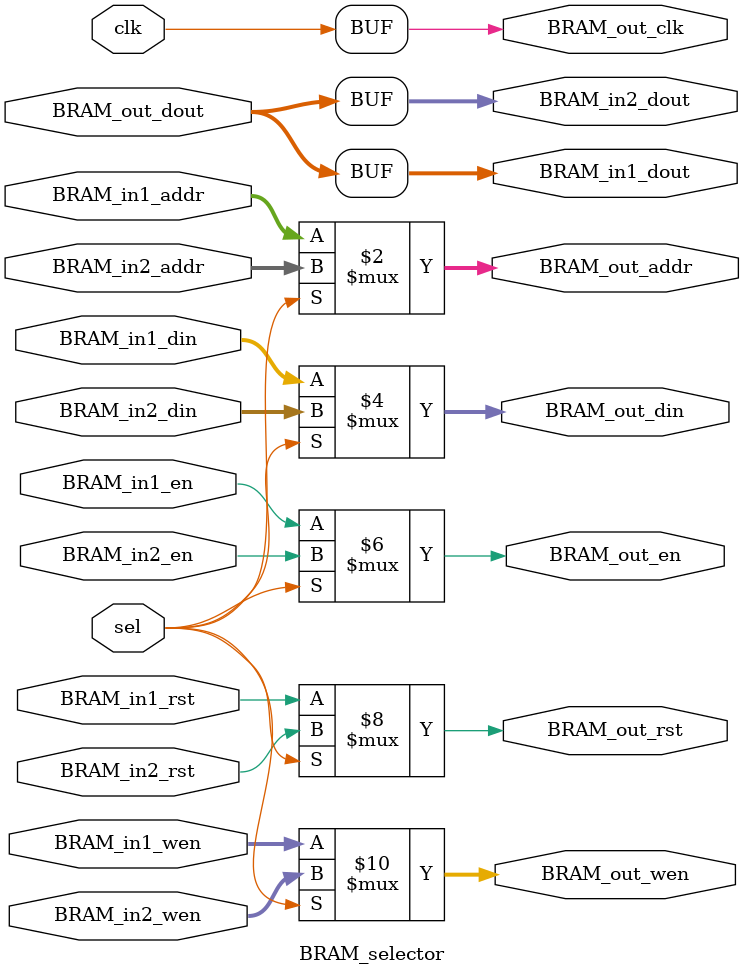
<source format=v>
`timescale 1ns / 1ps


module BRAM_selector(
clk,
sel,

BRAM_in1_addr,
BRAM_in1_din,
BRAM_in1_dout,
BRAM_in1_en,
BRAM_in1_rst,
BRAM_in1_wen,

BRAM_in2_addr,
BRAM_in2_din,
BRAM_in2_dout,
BRAM_in2_en,
BRAM_in2_rst,
BRAM_in2_wen,

BRAM_out_addr,
BRAM_out_clk,
BRAM_out_din,
BRAM_out_dout,
BRAM_out_en,
BRAM_out_rst,
BRAM_out_wen,
    );
    parameter BRAM_ADDR_BIT = 32;
    parameter BRAM_WIDTH = 32;
    input                           clk,sel;
    
    input  [BRAM_ADDR_BIT-1:0]      BRAM_in1_addr;
    input  [BRAM_WIDTH-1:0]         BRAM_in1_din;
    output [BRAM_WIDTH-1:0]         BRAM_in1_dout;
    input                           BRAM_in1_en;
    input                           BRAM_in1_rst;
    input  [3:0]                    BRAM_in1_wen;
    
    input  [BRAM_ADDR_BIT-1:0]      BRAM_in2_addr;
    input  [BRAM_WIDTH-1:0]         BRAM_in2_din;
    output [BRAM_WIDTH-1:0]         BRAM_in2_dout;
    input                           BRAM_in2_en;
    input                           BRAM_in2_rst;
    input  [3:0]                    BRAM_in2_wen;
    
    output [BRAM_ADDR_BIT-1:0]      BRAM_out_addr;
    output                          BRAM_out_clk;
    output [BRAM_WIDTH-1:0]         BRAM_out_din;
    input  [BRAM_WIDTH-1:0]         BRAM_out_dout;
    output                          BRAM_out_en;
    output                          BRAM_out_rst;
    output [3:0]                    BRAM_out_wen;
    
    assign BRAM_out_addr =(sel==0)? BRAM_in1_addr:BRAM_in2_addr;
    assign BRAM_out_clk = clk;
    assign BRAM_out_din = (sel==0)? BRAM_in1_din :BRAM_in2_din;
    assign BRAM_in1_dout = BRAM_out_dout;
    assign BRAM_in2_dout = BRAM_out_dout;
    assign BRAM_out_en =  (sel==0)? BRAM_in1_en  :BRAM_in2_en;
    assign BRAM_out_rst = (sel==0)? BRAM_in1_rst :BRAM_in2_rst;
    assign BRAM_out_wen = (sel==0)? BRAM_in1_wen :BRAM_in2_wen;
endmodule

</source>
